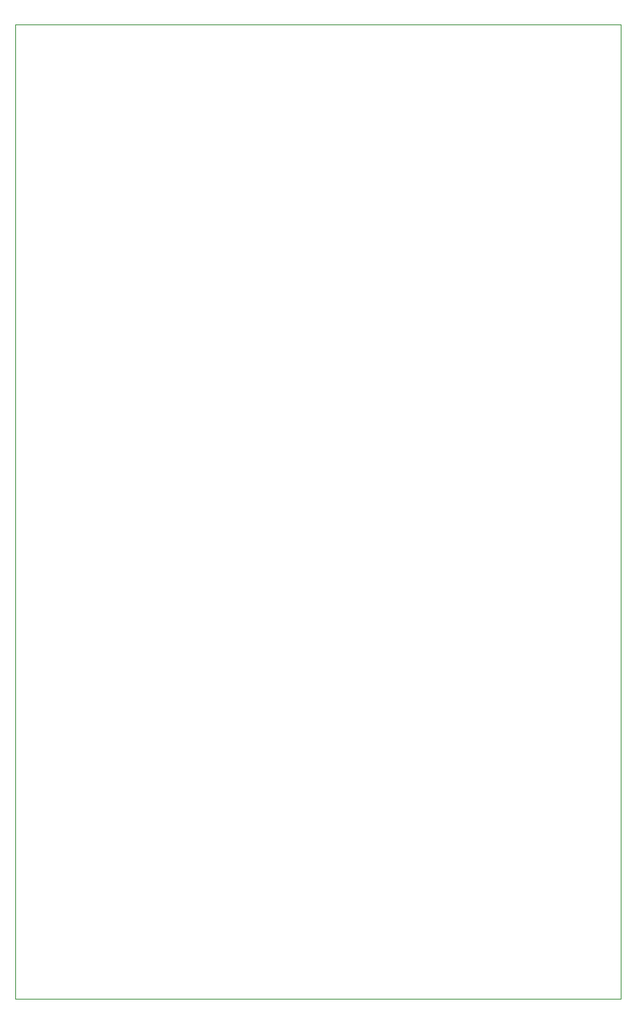
<source format=gm1>
G04 #@! TF.GenerationSoftware,KiCad,Pcbnew,7.0.7*
G04 #@! TF.CreationDate,2025-11-01T14:17:37+08:00*
G04 #@! TF.ProjectId,2164_VCA,32313634-5f56-4434-912e-6b696361645f,rev?*
G04 #@! TF.SameCoordinates,Original*
G04 #@! TF.FileFunction,Profile,NP*
%FSLAX46Y46*%
G04 Gerber Fmt 4.6, Leading zero omitted, Abs format (unit mm)*
G04 Created by KiCad (PCBNEW 7.0.7) date 2025-11-01 14:17:37*
%MOMM*%
%LPD*%
G01*
G04 APERTURE LIST*
G04 #@! TA.AperFunction,Profile*
%ADD10C,0.100000*%
G04 #@! TD*
G04 APERTURE END LIST*
D10*
X66440000Y-46000000D02*
X133560000Y-46000000D01*
X133560000Y-154000000D01*
X66440000Y-154000000D01*
X66440000Y-46000000D01*
M02*

</source>
